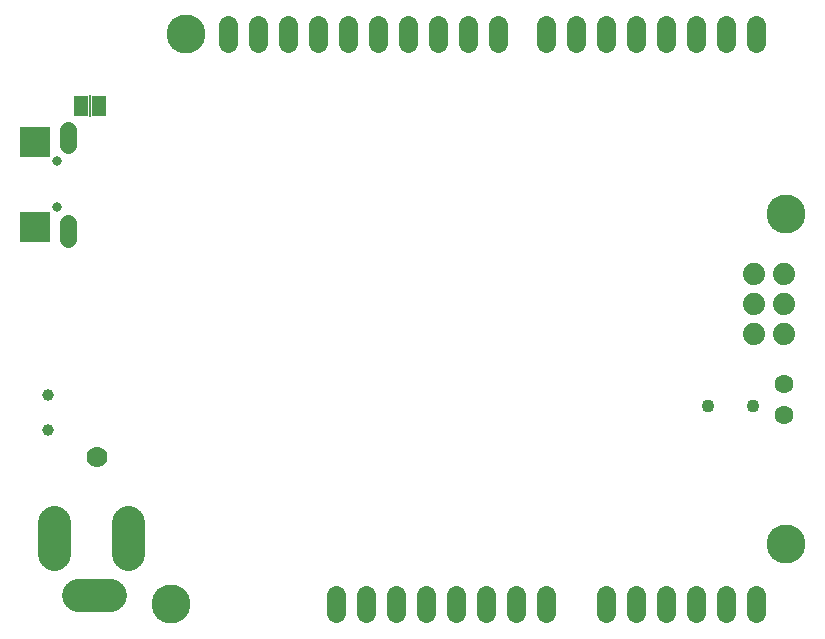
<source format=gbr>
G04 EAGLE Gerber RS-274X export*
G75*
%MOMM*%
%FSLAX34Y34*%
%LPD*%
%INSoldermask Bottom*%
%IPPOS*%
%AMOC8*
5,1,8,0,0,1.08239X$1,22.5*%
G01*
%ADD10C,3.301600*%
%ADD11C,1.879600*%
%ADD12C,1.601600*%
%ADD13C,0.801600*%
%ADD14R,2.514600X2.514600*%
%ADD15C,1.409600*%
%ADD16R,1.270000X1.701800*%
%ADD17R,0.152400X1.828800*%
%ADD18C,1.778000*%
%ADD19C,1.601600*%
%ADD20C,1.101600*%
%ADD21C,1.001600*%
%ADD22C,2.801600*%


D10*
X660400Y355600D03*
X660400Y76200D03*
X152400Y508000D03*
X139700Y25400D03*
D11*
X659130Y304800D03*
X659130Y279400D03*
X659130Y254000D03*
X633730Y304800D03*
X633730Y279400D03*
X633730Y254000D03*
D12*
X508000Y32900D02*
X508000Y17900D01*
X533400Y17900D02*
X533400Y32900D01*
X558800Y32900D02*
X558800Y17900D01*
X584200Y17900D02*
X584200Y32900D01*
X609600Y32900D02*
X609600Y17900D01*
X635000Y17900D02*
X635000Y32900D01*
D13*
X43180Y400500D03*
X43180Y361500D03*
D14*
X24180Y345000D03*
X24180Y417000D03*
D15*
X52180Y414000D02*
X52180Y427080D01*
X52180Y348000D02*
X52180Y334920D01*
D12*
X187960Y500500D02*
X187960Y515500D01*
X213360Y515500D02*
X213360Y500500D01*
X238760Y500500D02*
X238760Y515500D01*
X264160Y515500D02*
X264160Y500500D01*
X289560Y500500D02*
X289560Y515500D01*
X314960Y515500D02*
X314960Y500500D01*
X340360Y500500D02*
X340360Y515500D01*
X365760Y515500D02*
X365760Y500500D01*
X391160Y500500D02*
X391160Y515500D01*
X416560Y515500D02*
X416560Y500500D01*
X457200Y500500D02*
X457200Y515500D01*
X482600Y515500D02*
X482600Y500500D01*
X508000Y500500D02*
X508000Y515500D01*
X533400Y515500D02*
X533400Y500500D01*
X558800Y500500D02*
X558800Y515500D01*
X584200Y515500D02*
X584200Y500500D01*
X609600Y500500D02*
X609600Y515500D01*
X635000Y515500D02*
X635000Y500500D01*
X279400Y32900D02*
X279400Y17900D01*
X304800Y17900D02*
X304800Y32900D01*
X330200Y32900D02*
X330200Y17900D01*
X355600Y17900D02*
X355600Y32900D01*
X381000Y32900D02*
X381000Y17900D01*
X406400Y17900D02*
X406400Y32900D01*
X431800Y32900D02*
X431800Y17900D01*
X457200Y17900D02*
X457200Y32900D01*
D16*
X63500Y447040D03*
X78740Y447040D03*
D17*
X71120Y447040D03*
D18*
X77470Y149860D03*
D19*
X659130Y185420D03*
X659130Y212090D03*
D20*
X632460Y193040D03*
X594360Y193040D03*
D21*
X35560Y202960D03*
X35560Y172960D03*
D22*
X102980Y94780D02*
X102980Y67780D01*
X40480Y67780D02*
X40480Y94780D01*
X60980Y33280D02*
X87980Y33280D01*
M02*

</source>
